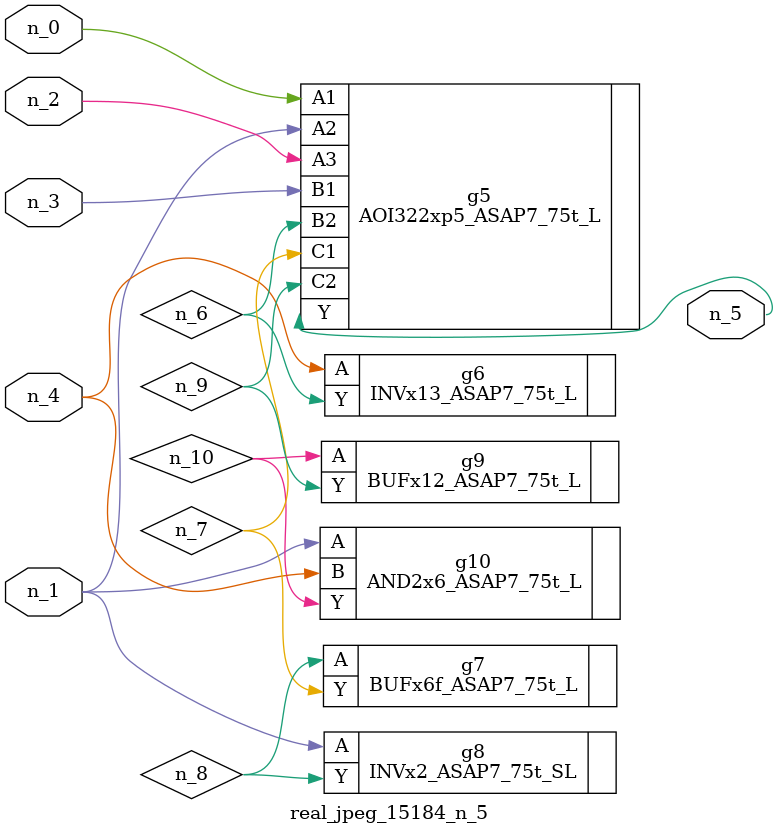
<source format=v>
module real_jpeg_15184_n_5 (n_4, n_0, n_1, n_2, n_3, n_5);

input n_4;
input n_0;
input n_1;
input n_2;
input n_3;

output n_5;

wire n_8;
wire n_6;
wire n_7;
wire n_10;
wire n_9;

AOI322xp5_ASAP7_75t_L g5 ( 
.A1(n_0),
.A2(n_1),
.A3(n_2),
.B1(n_3),
.B2(n_6),
.C1(n_7),
.C2(n_9),
.Y(n_5)
);

INVx2_ASAP7_75t_SL g8 ( 
.A(n_1),
.Y(n_8)
);

AND2x6_ASAP7_75t_L g10 ( 
.A(n_1),
.B(n_4),
.Y(n_10)
);

INVx13_ASAP7_75t_L g6 ( 
.A(n_4),
.Y(n_6)
);

BUFx6f_ASAP7_75t_L g7 ( 
.A(n_8),
.Y(n_7)
);

BUFx12_ASAP7_75t_L g9 ( 
.A(n_10),
.Y(n_9)
);


endmodule
</source>
